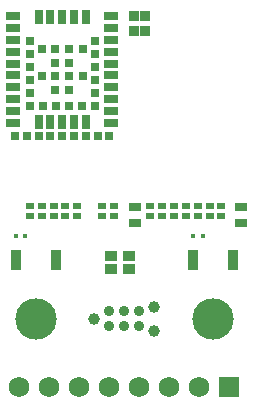
<source format=gts>
G04*
G04 #@! TF.GenerationSoftware,Altium Limited,Altium Designer,21.6.4 (81)*
G04*
G04 Layer_Color=8388736*
%FSLAX44Y44*%
%MOMM*%
G71*
G04*
G04 #@! TF.SameCoordinates,2E20B190-24BC-4988-8018-A0B7A5D4220C*
G04*
G04*
G04 #@! TF.FilePolarity,Negative*
G04*
G01*
G75*
%ADD26R,1.1000X0.9000*%
%ADD27R,1.1200X0.7400*%
%ADD28R,0.6500X0.6200*%
%ADD29R,1.2500X0.8000*%
%ADD30R,0.8000X1.2500*%
%ADD31R,0.8000X0.8000*%
%ADD32R,0.8000X0.8000*%
%ADD33R,0.8800X0.8400*%
%ADD34C,0.8900*%
%ADD35R,0.9000X1.8000*%
%ADD36R,0.4600X0.4500*%
%ADD37C,3.5000*%
%ADD38C,1.7500*%
%ADD39R,1.7500X1.7500*%
%ADD40C,1.0000*%
D26*
X98500Y142500D02*
D03*
X113500D02*
D03*
Y153500D02*
D03*
X98500D02*
D03*
D27*
X119000Y181150D02*
D03*
Y194850D02*
D03*
X209000Y194850D02*
D03*
Y181150D02*
D03*
D28*
X30000Y187000D02*
D03*
Y195000D02*
D03*
X40000Y187000D02*
D03*
Y195000D02*
D03*
X70000D02*
D03*
Y187000D02*
D03*
X60000D02*
D03*
Y195000D02*
D03*
X50000Y187000D02*
D03*
Y195000D02*
D03*
X142000D02*
D03*
Y187000D02*
D03*
X101000D02*
D03*
Y195000D02*
D03*
X132000D02*
D03*
Y187000D02*
D03*
X91000D02*
D03*
Y195000D02*
D03*
X162000Y187000D02*
D03*
Y195000D02*
D03*
X172000Y187000D02*
D03*
Y195000D02*
D03*
X192000Y187000D02*
D03*
Y195000D02*
D03*
X182000Y187000D02*
D03*
Y195000D02*
D03*
X152000Y187000D02*
D03*
Y195000D02*
D03*
D29*
X98500Y266000D02*
D03*
Y276000D02*
D03*
Y286000D02*
D03*
Y296000D02*
D03*
Y306000D02*
D03*
Y316000D02*
D03*
Y326000D02*
D03*
Y336000D02*
D03*
Y346000D02*
D03*
Y356000D02*
D03*
X16000D02*
D03*
Y346000D02*
D03*
Y336000D02*
D03*
Y326000D02*
D03*
Y316000D02*
D03*
Y306000D02*
D03*
Y296000D02*
D03*
Y286000D02*
D03*
Y276000D02*
D03*
Y266000D02*
D03*
D30*
X37250Y355250D02*
D03*
X47250D02*
D03*
X57250D02*
D03*
X67250D02*
D03*
X77250D02*
D03*
Y266750D02*
D03*
X67250D02*
D03*
X57250D02*
D03*
X47250D02*
D03*
X37250D02*
D03*
D31*
X74500Y328250D02*
D03*
X63000D02*
D03*
X51500D02*
D03*
X40000D02*
D03*
Y305250D02*
D03*
X51500Y316750D02*
D03*
X63000D02*
D03*
Y293750D02*
D03*
X74500Y305250D02*
D03*
X63000D02*
D03*
X51500D02*
D03*
Y293750D02*
D03*
D32*
X84750Y280500D02*
D03*
Y291500D02*
D03*
Y302500D02*
D03*
Y313500D02*
D03*
Y324500D02*
D03*
Y335500D02*
D03*
X29750D02*
D03*
Y324500D02*
D03*
Y313500D02*
D03*
Y302500D02*
D03*
Y291500D02*
D03*
Y280500D02*
D03*
X40750D02*
D03*
X51750D02*
D03*
X62750D02*
D03*
X73750D02*
D03*
X17250Y254500D02*
D03*
X27250D02*
D03*
X37250D02*
D03*
X47250D02*
D03*
X57250D02*
D03*
X67250D02*
D03*
X77250D02*
D03*
X87250D02*
D03*
X97250D02*
D03*
D33*
X118000Y344000D02*
D03*
X127800D02*
D03*
Y356000D02*
D03*
X118000D02*
D03*
D34*
X97300Y93650D02*
D03*
Y106350D02*
D03*
X110000Y93650D02*
D03*
Y106350D02*
D03*
X122700Y93650D02*
D03*
Y106350D02*
D03*
D35*
X168000Y150000D02*
D03*
X202000D02*
D03*
X18000D02*
D03*
X52000D02*
D03*
D36*
X176200Y170000D02*
D03*
X167800D02*
D03*
X26200D02*
D03*
X17800D02*
D03*
D37*
X185000Y100000D02*
D03*
X35000D02*
D03*
D38*
X71900Y42200D02*
D03*
X97300D02*
D03*
X122700D02*
D03*
X173500D02*
D03*
X148100D02*
D03*
X46500D02*
D03*
X21100D02*
D03*
D39*
X198900D02*
D03*
D40*
X84600Y100000D02*
D03*
X135400Y110160D02*
D03*
Y89840D02*
D03*
M02*

</source>
